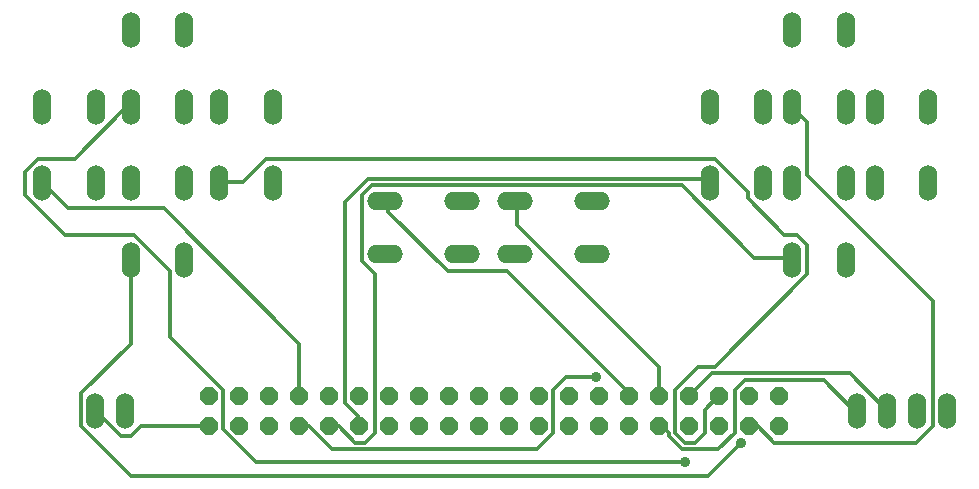
<source format=gbr>
%TF.GenerationSoftware,KiCad,Pcbnew,9.0.2*%
%TF.CreationDate,2025-06-21T15:19:28-04:00*%
%TF.ProjectId,PiGRRL-ButtonPCB,50694752-524c-42d4-9275-74746f6e5043,rev?*%
%TF.SameCoordinates,Original*%
%TF.FileFunction,Copper,L2,Bot*%
%TF.FilePolarity,Positive*%
%FSLAX46Y46*%
G04 Gerber Fmt 4.6, Leading zero omitted, Abs format (unit mm)*
G04 Created by KiCad (PCBNEW 9.0.2) date 2025-06-21 15:19:28*
%MOMM*%
%LPD*%
G01*
G04 APERTURE LIST*
G04 Aperture macros list*
%AMOutline5P*
0 Free polygon, 5 corners , with rotation*
0 The origin of the aperture is its center*
0 number of corners: always 5*
0 $1 to $10 corner X, Y*
0 $11 Rotation angle, in degrees counterclockwise*
0 create outline with 5 corners*
4,1,5,$1,$2,$3,$4,$5,$6,$7,$8,$9,$10,$1,$2,$11*%
%AMOutline6P*
0 Free polygon, 6 corners , with rotation*
0 The origin of the aperture is its center*
0 number of corners: always 6*
0 $1 to $12 corner X, Y*
0 $13 Rotation angle, in degrees counterclockwise*
0 create outline with 6 corners*
4,1,6,$1,$2,$3,$4,$5,$6,$7,$8,$9,$10,$11,$12,$1,$2,$13*%
%AMOutline7P*
0 Free polygon, 7 corners , with rotation*
0 The origin of the aperture is its center*
0 number of corners: always 7*
0 $1 to $14 corner X, Y*
0 $15 Rotation angle, in degrees counterclockwise*
0 create outline with 7 corners*
4,1,7,$1,$2,$3,$4,$5,$6,$7,$8,$9,$10,$11,$12,$13,$14,$1,$2,$15*%
%AMOutline8P*
0 Free polygon, 8 corners , with rotation*
0 The origin of the aperture is its center*
0 number of corners: always 8*
0 $1 to $16 corner X, Y*
0 $17 Rotation angle, in degrees counterclockwise*
0 create outline with 8 corners*
4,1,8,$1,$2,$3,$4,$5,$6,$7,$8,$9,$10,$11,$12,$13,$14,$15,$16,$1,$2,$17*%
G04 Aperture macros list end*
%TA.AperFunction,ComponentPad*%
%ADD10O,1.524000X3.048000*%
%TD*%
%TA.AperFunction,ComponentPad*%
%ADD11O,3.048000X1.524000*%
%TD*%
%TA.AperFunction,ComponentPad*%
%ADD12Outline8P,-0.762000X0.315631X-0.315631X0.762000X0.315631X0.762000X0.762000X0.315631X0.762000X-0.315631X0.315631X-0.762000X-0.315631X-0.762000X-0.762000X-0.315631X0.000000*%
%TD*%
%TA.AperFunction,ViaPad*%
%ADD13C,0.914400*%
%TD*%
%TA.AperFunction,Conductor*%
%ADD14C,0.304800*%
%TD*%
G04 APERTURE END LIST*
D10*
%TO.P,LEFT0,4*%
%TO.N,N/C*%
X114761700Y-95252400D03*
%TO.P,LEFT0,2*%
X110240500Y-95252400D03*
%TO.P,LEFT0,3*%
%TO.N,GND*%
X114761700Y-101754800D03*
%TO.P,LEFT0,1*%
%TO.N,N$1*%
X110240500Y-101754800D03*
%TD*%
%TO.P,UP0,4*%
%TO.N,N/C*%
X122261700Y-88752400D03*
%TO.P,UP0,2*%
X117740500Y-88752400D03*
%TO.P,UP0,3*%
%TO.N,GND*%
X122261700Y-95254800D03*
%TO.P,UP0,1*%
%TO.N,N$2*%
X117740500Y-95254800D03*
%TD*%
%TO.P,Y0,4*%
%TO.N,N/C*%
X171261700Y-95252400D03*
%TO.P,Y0,2*%
X166740500Y-95252400D03*
%TO.P,Y0,3*%
%TO.N,GND*%
X171261700Y-101754800D03*
%TO.P,Y0,1*%
%TO.N,N$3*%
X166740500Y-101754800D03*
%TD*%
%TO.P,RIGHT0,4*%
%TO.N,N/C*%
X129761700Y-95252400D03*
%TO.P,RIGHT0,2*%
X125240500Y-95252400D03*
%TO.P,RIGHT0,3*%
%TO.N,GND*%
X129761700Y-101754800D03*
%TO.P,RIGHT0,1*%
%TO.N,N$4*%
X125240500Y-101754800D03*
%TD*%
%TO.P,DOWN0,4*%
%TO.N,N/C*%
X122261700Y-101752400D03*
%TO.P,DOWN0,2*%
X117740500Y-101752400D03*
%TO.P,DOWN0,3*%
%TO.N,GND*%
X122261700Y-108254800D03*
%TO.P,DOWN0,1*%
%TO.N,N$5*%
X117740500Y-108254800D03*
%TD*%
%TO.P,X0,4*%
%TO.N,N/C*%
X178261700Y-88752400D03*
%TO.P,X0,2*%
X173740500Y-88752400D03*
%TO.P,X0,3*%
%TO.N,GND*%
X178261700Y-95254800D03*
%TO.P,X0,1*%
%TO.N,N$6*%
X173740500Y-95254800D03*
%TD*%
%TO.P,A0,4*%
%TO.N,N/C*%
X185261700Y-95252400D03*
%TO.P,A0,2*%
X180740500Y-95252400D03*
%TO.P,A0,3*%
%TO.N,GND*%
X185261700Y-101754800D03*
%TO.P,A0,1*%
%TO.N,N$7*%
X180740500Y-101754800D03*
%TD*%
%TO.P,B0,4*%
%TO.N,N/C*%
X178261700Y-101752400D03*
%TO.P,B0,2*%
X173740500Y-101752400D03*
%TO.P,B0,3*%
%TO.N,GND*%
X178261700Y-108254800D03*
%TO.P,B0,1*%
%TO.N,N$8*%
X173740500Y-108254800D03*
%TD*%
D11*
%TO.P,SELECT0,4*%
%TO.N,N/C*%
X145752300Y-107764200D03*
%TO.P,SELECT0,2*%
X145752300Y-103243000D03*
%TO.P,SELECT0,3*%
%TO.N,GND*%
X139249900Y-107764200D03*
%TO.P,SELECT0,1*%
%TO.N,N$9*%
X139249900Y-103243000D03*
%TD*%
%TO.P,START0,4*%
%TO.N,N/C*%
X156752300Y-107764200D03*
%TO.P,START0,2*%
X156752300Y-103243000D03*
%TO.P,START0,3*%
%TO.N,GND*%
X150249900Y-107764200D03*
%TO.P,START0,1*%
%TO.N,N$10*%
X150249900Y-103243000D03*
%TD*%
D12*
%TO.P,HEADER0,40*%
%TO.N,N/C*%
X172631100Y-122273600D03*
%TO.P,HEADER0,39*%
%TO.N,GND*%
X172631100Y-119733600D03*
%TO.P,HEADER0,38*%
%TO.N,N$6*%
X170091100Y-122273600D03*
%TO.P,HEADER0,37*%
%TO.N,N$5*%
X170091100Y-119733600D03*
%TO.P,HEADER0,36*%
%TO.N,N$2*%
X167551100Y-122273600D03*
%TO.P,HEADER0,35*%
%TO.N,N$4*%
X167551100Y-119733600D03*
%TO.P,HEADER0,34*%
%TO.N,GND*%
X165011100Y-122273600D03*
%TO.P,HEADER0,33*%
%TO.N,N$13*%
X165011100Y-119733600D03*
%TO.P,HEADER0,32*%
%TO.N,N$12*%
X162471100Y-122273600D03*
%TO.P,HEADER0,31*%
%TO.N,N$10*%
X162471100Y-119733600D03*
%TO.P,HEADER0,30*%
%TO.N,GND*%
X159931100Y-122273600D03*
%TO.P,HEADER0,29*%
%TO.N,N$9*%
X159931100Y-119733600D03*
%TO.P,HEADER0,28*%
%TO.N,N/C*%
X157391100Y-122273600D03*
%TO.P,HEADER0,27*%
X157391100Y-119733600D03*
%TO.P,HEADER0,26*%
X154851100Y-122273600D03*
%TO.P,HEADER0,25*%
%TO.N,GND*%
X154851100Y-119733600D03*
%TO.P,HEADER0,24*%
%TO.N,N/C*%
X152311100Y-122273600D03*
%TO.P,HEADER0,23*%
X152311100Y-119733600D03*
%TO.P,HEADER0,22*%
X149771100Y-122273600D03*
%TO.P,HEADER0,21*%
X149771100Y-119733600D03*
%TO.P,HEADER0,20*%
%TO.N,GND*%
X147231100Y-122273600D03*
%TO.P,HEADER0,19*%
%TO.N,N/C*%
X147231100Y-119733600D03*
%TO.P,HEADER0,18*%
X144691100Y-122273600D03*
%TO.P,HEADER0,17*%
X144691100Y-119733600D03*
%TO.P,HEADER0,16*%
X142151100Y-122273600D03*
%TO.P,HEADER0,15*%
X142151100Y-119733600D03*
%TO.P,HEADER0,14*%
%TO.N,GND*%
X139611100Y-122273600D03*
%TO.P,HEADER0,13*%
%TO.N,N/C*%
X139611100Y-119733600D03*
%TO.P,HEADER0,12*%
%TO.N,N$3*%
X137071100Y-122273600D03*
%TO.P,HEADER0,11*%
%TO.N,N/C*%
X137071100Y-119733600D03*
%TO.P,HEADER0,10*%
%TO.N,N$8*%
X134531100Y-122273600D03*
%TO.P,HEADER0,9*%
%TO.N,GND*%
X134531100Y-119733600D03*
%TO.P,HEADER0,8*%
%TO.N,N$7*%
X131991100Y-122273600D03*
%TO.P,HEADER0,7*%
%TO.N,N$1*%
X131991100Y-119733600D03*
%TO.P,HEADER0,6*%
%TO.N,GND*%
X129451100Y-122273600D03*
%TO.P,HEADER0,5*%
%TO.N,N/C*%
X129451100Y-119733600D03*
%TO.P,HEADER0,4*%
X126911100Y-122273600D03*
%TO.P,HEADER0,3*%
X126911100Y-119733600D03*
%TO.P,HEADER0,2*%
%TO.N,N$11*%
X124371100Y-122273600D03*
%TO.P,HEADER0,1*%
%TO.N,N/C*%
X124371100Y-119733600D03*
%TD*%
D10*
%TO.P,POWER0,2*%
%TO.N,GND*%
X117271100Y-121003600D03*
%TO.P,POWER0,1*%
%TO.N,N$11*%
X114731100Y-121003600D03*
%TD*%
%TO.P,BUMPERS0,4*%
%TO.N,GND*%
X186811100Y-121003600D03*
%TO.P,BUMPERS0,3*%
X184271100Y-121003600D03*
%TO.P,BUMPERS0,2*%
%TO.N,N$13*%
X181731100Y-121003600D03*
%TO.P,BUMPERS0,1*%
%TO.N,N$12*%
X179191100Y-121003600D03*
%TD*%
D13*
%TO.N,N$7*%
X157131300Y-118107000D03*
%TO.N,N$5*%
X169424900Y-123695000D03*
%TO.N,N$2*%
X164675100Y-125371400D03*
%TD*%
D14*
%TO.N,N$8*%
X173615900Y-108048600D02*
X173740500Y-108254800D01*
X134779300Y-122298000D02*
X134531100Y-122273600D01*
X173615900Y-108048600D02*
X170542500Y-108048600D01*
X170542500Y-108048600D02*
X164395700Y-101901800D01*
X164395700Y-101901800D02*
X138132100Y-101901800D01*
X138132100Y-101901800D02*
X137293900Y-102740000D01*
X137293900Y-102740000D02*
X137293900Y-108328000D01*
X137293900Y-108328000D02*
X138411500Y-109445600D01*
X138411500Y-109445600D02*
X138411500Y-122856800D01*
X138411500Y-122856800D02*
X137573300Y-123695000D01*
X137573300Y-123695000D02*
X136735100Y-123695000D01*
X136735100Y-123695000D02*
X135338100Y-122298000D01*
X135338100Y-122298000D02*
X134779300Y-122298000D01*
%TO.N,N$7*%
X132264700Y-122298000D02*
X131991100Y-122273600D01*
X157131300Y-118107000D02*
X154616700Y-118107000D01*
X154616700Y-118107000D02*
X153499100Y-119224600D01*
X153499100Y-119224600D02*
X153499100Y-122856800D01*
X153499100Y-122856800D02*
X152102100Y-124253800D01*
X152102100Y-124253800D02*
X134779300Y-124253800D01*
X134779300Y-124253800D02*
X132823500Y-122298000D01*
X132823500Y-122298000D02*
X132264700Y-122298000D01*
%TO.N,N$6*%
X173895300Y-95475600D02*
X173740500Y-95254800D01*
X170263100Y-122298000D02*
X170091100Y-122273600D01*
X173895300Y-95475600D02*
X175012900Y-96593200D01*
X175012900Y-96593200D02*
X175012900Y-101063600D01*
X175012900Y-101063600D02*
X185630100Y-111680800D01*
X185630100Y-111680800D02*
X185630100Y-122298000D01*
X185630100Y-122298000D02*
X184233100Y-123695000D01*
X184233100Y-123695000D02*
X172218900Y-123695000D01*
X172218900Y-123695000D02*
X170821900Y-122298000D01*
X170821900Y-122298000D02*
X170263100Y-122298000D01*
%TO.N,N$5*%
X117735900Y-108328000D02*
X117740500Y-108254800D01*
X169424900Y-123695000D02*
X166630900Y-126489000D01*
X166630900Y-126489000D02*
X117735900Y-126489000D01*
X117735900Y-126489000D02*
X113544900Y-122298000D01*
X113544900Y-122298000D02*
X113544900Y-119504000D01*
X113544900Y-119504000D02*
X117735900Y-115313000D01*
X117735900Y-115313000D02*
X117735900Y-108328000D01*
%TO.N,N$4*%
X167469100Y-119783400D02*
X167551100Y-119733600D01*
X125279700Y-101622400D02*
X125240500Y-101754800D01*
X167469100Y-119783400D02*
X166351500Y-120901000D01*
X166351500Y-120901000D02*
X166351500Y-122856800D01*
X166351500Y-122856800D02*
X165513300Y-123695000D01*
X165513300Y-123695000D02*
X164675100Y-123695000D01*
X164675100Y-123695000D02*
X163836900Y-122856800D01*
X163836900Y-122856800D02*
X163836900Y-119224600D01*
X163836900Y-119224600D02*
X165792700Y-117268800D01*
X165792700Y-117268800D02*
X167189700Y-117268800D01*
X167189700Y-117268800D02*
X175012900Y-109445600D01*
X175012900Y-109445600D02*
X175012900Y-106931000D01*
X175012900Y-106931000D02*
X174174700Y-106092800D01*
X174174700Y-106092800D02*
X173057100Y-106092800D01*
X173057100Y-106092800D02*
X169983700Y-103019400D01*
X169983700Y-103019400D02*
X169983700Y-102460600D01*
X169983700Y-102460600D02*
X167189700Y-99666600D01*
X167189700Y-99666600D02*
X129191300Y-99666600D01*
X129191300Y-99666600D02*
X127235500Y-101622400D01*
X127235500Y-101622400D02*
X125279700Y-101622400D01*
%TO.N,N$2*%
X117735900Y-95475600D02*
X117740500Y-95254800D01*
X164675100Y-125371400D02*
X128353100Y-125371400D01*
X128353100Y-125371400D02*
X125559100Y-122577400D01*
X125559100Y-122577400D02*
X125559100Y-119224600D01*
X125559100Y-119224600D02*
X121088700Y-114754200D01*
X121088700Y-114754200D02*
X121088700Y-109166200D01*
X121088700Y-109166200D02*
X118015300Y-106092800D01*
X118015300Y-106092800D02*
X112147900Y-106092800D01*
X112147900Y-106092800D02*
X108795100Y-102740000D01*
X108795100Y-102740000D02*
X108795100Y-100784200D01*
X108795100Y-100784200D02*
X109912700Y-99666600D01*
X109912700Y-99666600D02*
X112986100Y-99666600D01*
X112986100Y-99666600D02*
X117177100Y-95475600D01*
X117177100Y-95475600D02*
X117735900Y-95475600D01*
%TO.N,N$13*%
X165233900Y-119504000D02*
X165011100Y-119733600D01*
X181718500Y-120901000D02*
X181731100Y-121003600D01*
X165233900Y-119504000D02*
X166910300Y-117827600D01*
X166910300Y-117827600D02*
X178645100Y-117827600D01*
X178645100Y-117827600D02*
X181718500Y-120901000D01*
%TO.N,N$12*%
X178924500Y-120901000D02*
X179191100Y-121003600D01*
X162719300Y-122298000D02*
X162471100Y-122273600D01*
X178924500Y-120901000D02*
X176409900Y-118386400D01*
X176409900Y-118386400D02*
X169704300Y-118386400D01*
X169704300Y-118386400D02*
X168866100Y-119224600D01*
X168866100Y-119224600D02*
X168866100Y-122856800D01*
X168866100Y-122856800D02*
X167469100Y-124253800D01*
X167469100Y-124253800D02*
X164395700Y-124253800D01*
X164395700Y-124253800D02*
X163278100Y-123136200D01*
X163278100Y-123136200D02*
X163278100Y-122856800D01*
X163278100Y-122856800D02*
X162719300Y-122298000D01*
%TO.N,N$11*%
X114941900Y-121180400D02*
X114731100Y-121003600D01*
X124162100Y-122298000D02*
X124371100Y-122273600D01*
X114941900Y-121180400D02*
X116897700Y-123136200D01*
X116897700Y-123136200D02*
X117735900Y-123136200D01*
X117735900Y-123136200D02*
X118574100Y-122298000D01*
X118574100Y-122298000D02*
X124162100Y-122298000D01*
%TO.N,N$9*%
X139529100Y-103298800D02*
X139249900Y-103243000D01*
X159925300Y-119504000D02*
X159931100Y-119733600D01*
X139529100Y-103298800D02*
X139529100Y-104137000D01*
X139529100Y-104137000D02*
X144558300Y-109166200D01*
X144558300Y-109166200D02*
X149587500Y-109166200D01*
X149587500Y-109166200D02*
X159925300Y-119504000D01*
%TO.N,N$10*%
X162439900Y-119504000D02*
X162471100Y-119733600D01*
X150425700Y-103298800D02*
X150249900Y-103243000D01*
X162439900Y-119504000D02*
X162439900Y-117268800D01*
X162439900Y-117268800D02*
X150425700Y-105254600D01*
X150425700Y-105254600D02*
X150425700Y-103298800D01*
%TO.N,N$3*%
X166630900Y-101622400D02*
X166740500Y-101754800D01*
X137014500Y-122018600D02*
X137071100Y-122273600D01*
X166630900Y-101622400D02*
X166351500Y-101343000D01*
X166351500Y-101343000D02*
X137852700Y-101343000D01*
X137852700Y-101343000D02*
X135896900Y-103298800D01*
X135896900Y-103298800D02*
X135896900Y-120342200D01*
X135896900Y-120342200D02*
X137014500Y-121459800D01*
X137014500Y-121459800D02*
X137014500Y-122018600D01*
%TO.N,N$1*%
X110471500Y-101901800D02*
X110240500Y-101754800D01*
X131985300Y-119504000D02*
X131991100Y-119733600D01*
X110471500Y-101901800D02*
X112427300Y-103857600D01*
X112427300Y-103857600D02*
X120529900Y-103857600D01*
X120529900Y-103857600D02*
X131985300Y-115313000D01*
X131985300Y-115313000D02*
X131985300Y-119504000D01*
%TD*%
M02*

</source>
